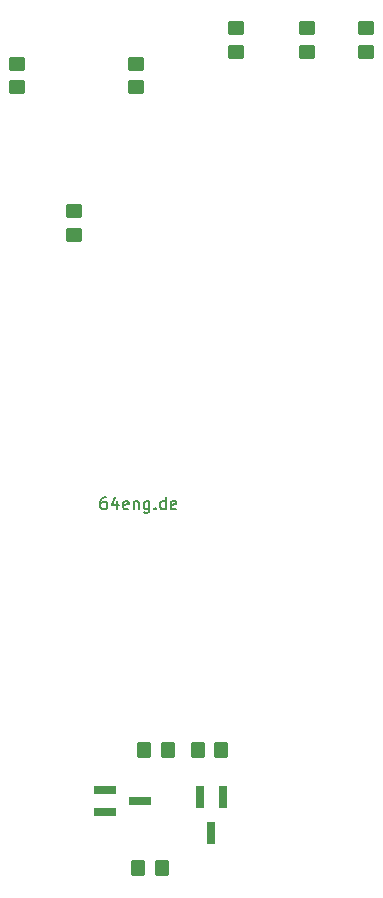
<source format=gtp>
G04 #@! TF.GenerationSoftware,KiCad,Pcbnew,(6.0.11)*
G04 #@! TF.CreationDate,2023-03-04T17:24:57+01:00*
G04 #@! TF.ProjectId,jig2,6a696732-2e6b-4696-9361-645f70636258,rev?*
G04 #@! TF.SameCoordinates,Original*
G04 #@! TF.FileFunction,Paste,Top*
G04 #@! TF.FilePolarity,Positive*
%FSLAX46Y46*%
G04 Gerber Fmt 4.6, Leading zero omitted, Abs format (unit mm)*
G04 Created by KiCad (PCBNEW (6.0.11)) date 2023-03-04 17:24:57*
%MOMM*%
%LPD*%
G01*
G04 APERTURE LIST*
G04 Aperture macros list*
%AMRoundRect*
0 Rectangle with rounded corners*
0 $1 Rounding radius*
0 $2 $3 $4 $5 $6 $7 $8 $9 X,Y pos of 4 corners*
0 Add a 4 corners polygon primitive as box body*
4,1,4,$2,$3,$4,$5,$6,$7,$8,$9,$2,$3,0*
0 Add four circle primitives for the rounded corners*
1,1,$1+$1,$2,$3*
1,1,$1+$1,$4,$5*
1,1,$1+$1,$6,$7*
1,1,$1+$1,$8,$9*
0 Add four rect primitives between the rounded corners*
20,1,$1+$1,$2,$3,$4,$5,0*
20,1,$1+$1,$4,$5,$6,$7,0*
20,1,$1+$1,$6,$7,$8,$9,0*
20,1,$1+$1,$8,$9,$2,$3,0*%
G04 Aperture macros list end*
%ADD10C,0.150000*%
%ADD11RoundRect,0.250000X0.350000X0.450000X-0.350000X0.450000X-0.350000X-0.450000X0.350000X-0.450000X0*%
%ADD12RoundRect,0.250000X-0.450000X0.350000X-0.450000X-0.350000X0.450000X-0.350000X0.450000X0.350000X0*%
%ADD13R,0.800000X1.900000*%
%ADD14RoundRect,0.250000X-0.350000X-0.450000X0.350000X-0.450000X0.350000X0.450000X-0.350000X0.450000X0*%
%ADD15R,1.900000X0.800000*%
G04 APERTURE END LIST*
D10*
X13511904Y-49702380D02*
X13321428Y-49702380D01*
X13226190Y-49750000D01*
X13178571Y-49797619D01*
X13083333Y-49940476D01*
X13035714Y-50130952D01*
X13035714Y-50511904D01*
X13083333Y-50607142D01*
X13130952Y-50654761D01*
X13226190Y-50702380D01*
X13416666Y-50702380D01*
X13511904Y-50654761D01*
X13559523Y-50607142D01*
X13607142Y-50511904D01*
X13607142Y-50273809D01*
X13559523Y-50178571D01*
X13511904Y-50130952D01*
X13416666Y-50083333D01*
X13226190Y-50083333D01*
X13130952Y-50130952D01*
X13083333Y-50178571D01*
X13035714Y-50273809D01*
X14464285Y-50035714D02*
X14464285Y-50702380D01*
X14226190Y-49654761D02*
X13988095Y-50369047D01*
X14607142Y-50369047D01*
X15369047Y-50654761D02*
X15273809Y-50702380D01*
X15083333Y-50702380D01*
X14988095Y-50654761D01*
X14940476Y-50559523D01*
X14940476Y-50178571D01*
X14988095Y-50083333D01*
X15083333Y-50035714D01*
X15273809Y-50035714D01*
X15369047Y-50083333D01*
X15416666Y-50178571D01*
X15416666Y-50273809D01*
X14940476Y-50369047D01*
X15845238Y-50035714D02*
X15845238Y-50702380D01*
X15845238Y-50130952D02*
X15892857Y-50083333D01*
X15988095Y-50035714D01*
X16130952Y-50035714D01*
X16226190Y-50083333D01*
X16273809Y-50178571D01*
X16273809Y-50702380D01*
X17178571Y-50035714D02*
X17178571Y-50845238D01*
X17130952Y-50940476D01*
X17083333Y-50988095D01*
X16988095Y-51035714D01*
X16845238Y-51035714D01*
X16750000Y-50988095D01*
X17178571Y-50654761D02*
X17083333Y-50702380D01*
X16892857Y-50702380D01*
X16797619Y-50654761D01*
X16750000Y-50607142D01*
X16702380Y-50511904D01*
X16702380Y-50226190D01*
X16750000Y-50130952D01*
X16797619Y-50083333D01*
X16892857Y-50035714D01*
X17083333Y-50035714D01*
X17178571Y-50083333D01*
X17654761Y-50607142D02*
X17702380Y-50654761D01*
X17654761Y-50702380D01*
X17607142Y-50654761D01*
X17654761Y-50607142D01*
X17654761Y-50702380D01*
X18559523Y-50702380D02*
X18559523Y-49702380D01*
X18559523Y-50654761D02*
X18464285Y-50702380D01*
X18273809Y-50702380D01*
X18178571Y-50654761D01*
X18130952Y-50607142D01*
X18083333Y-50511904D01*
X18083333Y-50226190D01*
X18130952Y-50130952D01*
X18178571Y-50083333D01*
X18273809Y-50035714D01*
X18464285Y-50035714D01*
X18559523Y-50083333D01*
X19416666Y-50654761D02*
X19321428Y-50702380D01*
X19130952Y-50702380D01*
X19035714Y-50654761D01*
X18988095Y-50559523D01*
X18988095Y-50178571D01*
X19035714Y-50083333D01*
X19130952Y-50035714D01*
X19321428Y-50035714D01*
X19416666Y-50083333D01*
X19464285Y-50178571D01*
X19464285Y-50273809D01*
X18988095Y-50369047D01*
D11*
X18250000Y-81120000D03*
X16250000Y-81120000D03*
D12*
X6000000Y-13000000D03*
X6000000Y-15000000D03*
D13*
X23380000Y-75120000D03*
X21480000Y-75120000D03*
X22430000Y-78120000D03*
D12*
X35500000Y-10000000D03*
X35500000Y-12000000D03*
X30500000Y-10000000D03*
X30500000Y-12000000D03*
X16000000Y-13000000D03*
X16000000Y-15000000D03*
D14*
X21250000Y-71120000D03*
X23250000Y-71120000D03*
D15*
X13400000Y-74470000D03*
X13400000Y-76370000D03*
X16400000Y-75420000D03*
D12*
X24500000Y-10000000D03*
X24500000Y-12000000D03*
X10750000Y-25500000D03*
X10750000Y-27500000D03*
D11*
X18750000Y-71120000D03*
X16750000Y-71120000D03*
M02*

</source>
